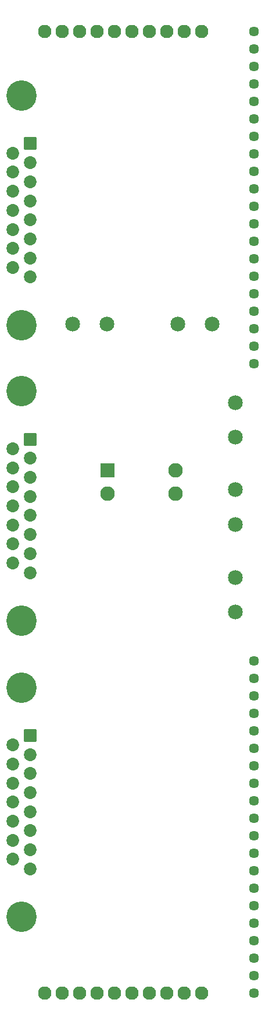
<source format=gbr>
%TF.GenerationSoftware,KiCad,Pcbnew,8.0.7*%
%TF.CreationDate,2025-01-14T17:00:07-05:00*%
%TF.ProjectId,IO Board,494f2042-6f61-4726-942e-6b696361645f,rev?*%
%TF.SameCoordinates,Original*%
%TF.FileFunction,Soldermask,Bot*%
%TF.FilePolarity,Negative*%
%FSLAX46Y46*%
G04 Gerber Fmt 4.6, Leading zero omitted, Abs format (unit mm)*
G04 Created by KiCad (PCBNEW 8.0.7) date 2025-01-14 17:00:07*
%MOMM*%
%LPD*%
G01*
G04 APERTURE LIST*
G04 Aperture macros list*
%AMRoundRect*
0 Rectangle with rounded corners*
0 $1 Rounding radius*
0 $2 $3 $4 $5 $6 $7 $8 $9 X,Y pos of 4 corners*
0 Add a 4 corners polygon primitive as box body*
4,1,4,$2,$3,$4,$5,$6,$7,$8,$9,$2,$3,0*
0 Add four circle primitives for the rounded corners*
1,1,$1+$1,$2,$3*
1,1,$1+$1,$4,$5*
1,1,$1+$1,$6,$7*
1,1,$1+$1,$8,$9*
0 Add four rect primitives between the rounded corners*
20,1,$1+$1,$2,$3,$4,$5,0*
20,1,$1+$1,$4,$5,$6,$7,0*
20,1,$1+$1,$6,$7,$8,$9,0*
20,1,$1+$1,$8,$9,$2,$3,0*%
G04 Aperture macros list end*
%ADD10R,2.108200X2.108200*%
%ADD11C,2.108200*%
%ADD12C,2.154000*%
%ADD13RoundRect,0.102000X-0.825000X0.825000X-0.825000X-0.825000X0.825000X-0.825000X0.825000X0.825000X0*%
%ADD14C,1.854000*%
%ADD15C,4.420000*%
%ADD16C,1.954000*%
%ADD17C,1.447800*%
G04 APERTURE END LIST*
D10*
%TO.C,F1*%
X108200000Y-84100000D03*
D11*
X108200000Y-87503600D03*
X118106000Y-87503600D03*
X118106000Y-84100000D03*
%TD*%
D12*
%TO.C,J8*%
X118400000Y-62850000D03*
X123400000Y-62850000D03*
%TD*%
%TO.C,J10*%
X126800000Y-86940000D03*
X126800000Y-91940000D03*
%TD*%
D13*
%TO.C,J4*%
X96930000Y-122615000D03*
D14*
X96930000Y-125385000D03*
X96930000Y-128155000D03*
X96930000Y-130925000D03*
X96930000Y-133695000D03*
X96930000Y-136465000D03*
X96930000Y-139235000D03*
X96930000Y-142005000D03*
X94390000Y-124000000D03*
X94390000Y-126770000D03*
X94390000Y-129540000D03*
X94390000Y-132310000D03*
X94390000Y-135080000D03*
X94390000Y-137850000D03*
X94390000Y-140620000D03*
D15*
X95660000Y-115650000D03*
X95660000Y-148970000D03*
%TD*%
D16*
%TO.C,REF\u002A\u002A*%
X99060000Y-160020000D03*
X101600000Y-160020000D03*
X104140000Y-160020000D03*
X106680000Y-160020000D03*
X109220000Y-160020000D03*
X111760000Y-160020000D03*
X114300000Y-160020000D03*
X116840000Y-160020000D03*
X119380000Y-160020000D03*
X121920000Y-160020000D03*
%TD*%
D12*
%TO.C,J11*%
X126800000Y-99700000D03*
X126800000Y-104700000D03*
%TD*%
D17*
%TO.C,J5*%
X129540000Y-20340500D03*
X129540000Y-22880500D03*
X129540000Y-25420500D03*
X129540000Y-27960500D03*
X129540000Y-30500500D03*
X129540000Y-33040500D03*
X129540000Y-35580500D03*
X129540000Y-38120500D03*
X129540000Y-40660500D03*
X129540000Y-43200500D03*
X129540000Y-45740500D03*
X129540000Y-48280500D03*
X129540000Y-50820500D03*
X129540000Y-53360500D03*
X129540000Y-55900500D03*
X129540000Y-58440500D03*
X129540000Y-60980500D03*
X129540000Y-63520500D03*
X129540000Y-66060500D03*
X129540000Y-68600500D03*
%TD*%
%TO.C,J6*%
X129540000Y-111760000D03*
X129540000Y-114300000D03*
X129540000Y-116840000D03*
X129540000Y-119380000D03*
X129540000Y-121920000D03*
X129540000Y-124460000D03*
X129540000Y-127000000D03*
X129540000Y-129540000D03*
X129540000Y-132080000D03*
X129540000Y-134620000D03*
X129540000Y-137160000D03*
X129540000Y-139700000D03*
X129540000Y-142240000D03*
X129540000Y-144780000D03*
X129540000Y-147320000D03*
X129540000Y-149860000D03*
X129540000Y-152400000D03*
X129540000Y-154940000D03*
X129540000Y-157480000D03*
X129540000Y-160020000D03*
%TD*%
D13*
%TO.C,J2*%
X96930000Y-36640750D03*
D14*
X96930000Y-39410750D03*
X96930000Y-42180750D03*
X96930000Y-44950750D03*
X96930000Y-47720750D03*
X96930000Y-50490750D03*
X96930000Y-53260750D03*
X96930000Y-56030750D03*
X94390000Y-38025750D03*
X94390000Y-40795750D03*
X94390000Y-43565750D03*
X94390000Y-46335750D03*
X94390000Y-49105750D03*
X94390000Y-51875750D03*
X94390000Y-54645750D03*
D15*
X95660000Y-29675750D03*
X95660000Y-62995750D03*
%TD*%
D13*
%TO.C,J3*%
X96930000Y-79580750D03*
D14*
X96930000Y-82350750D03*
X96930000Y-85120750D03*
X96930000Y-87890750D03*
X96930000Y-90660750D03*
X96930000Y-93430750D03*
X96930000Y-96200750D03*
X96930000Y-98970750D03*
X94390000Y-80965750D03*
X94390000Y-83735750D03*
X94390000Y-86505750D03*
X94390000Y-89275750D03*
X94390000Y-92045750D03*
X94390000Y-94815750D03*
X94390000Y-97585750D03*
D15*
X95660000Y-72615750D03*
X95660000Y-105935750D03*
%TD*%
D12*
%TO.C,J7*%
X103100000Y-62850000D03*
X108100000Y-62850000D03*
%TD*%
D16*
%TO.C,J1*%
X99060000Y-20320000D03*
X101600000Y-20320000D03*
X104140000Y-20320000D03*
X106680000Y-20320000D03*
X109220000Y-20320000D03*
X111760000Y-20320000D03*
X114300000Y-20320000D03*
X116840000Y-20320000D03*
X119380000Y-20320000D03*
X121920000Y-20320000D03*
%TD*%
D12*
%TO.C,J9*%
X126800000Y-74280000D03*
X126800000Y-79280000D03*
%TD*%
M02*

</source>
